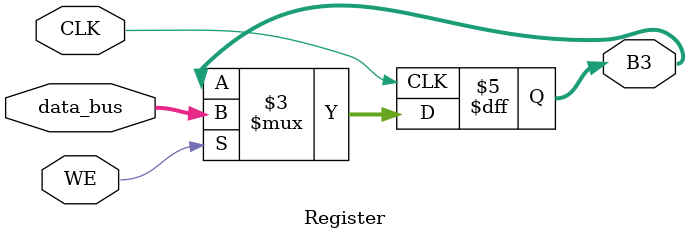
<source format=v>
module Register (CLK,
					  WE,
					  data_bus,
					  B3);
input CLK;
input WE;
input [15:0] data_bus;
output reg [15:0] B3;

always @ (posedge CLK) begin
	if(WE)
		B3 = data_bus;
end

endmodule

</source>
